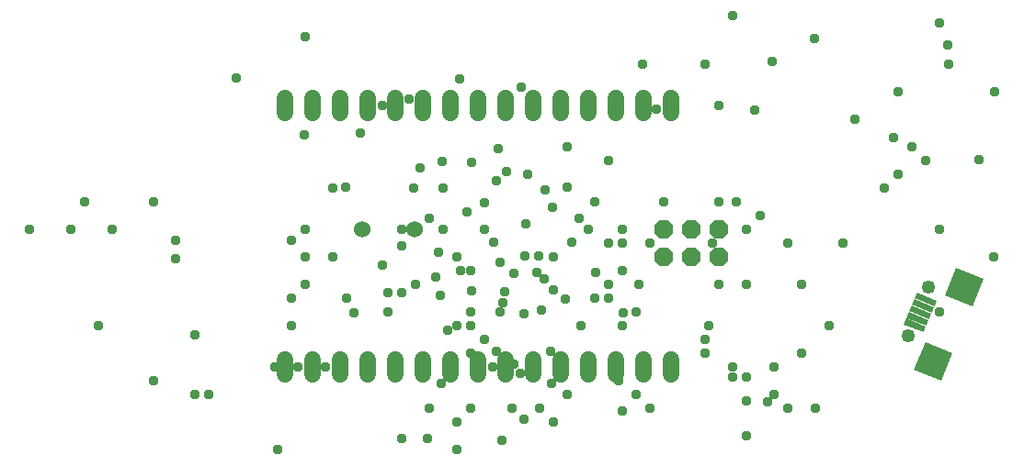
<source format=gbr>
G04 EAGLE Gerber RS-274X export*
G75*
%MOMM*%
%FSLAX34Y34*%
%LPD*%
%INSoldermask Bottom*%
%IPPOS*%
%AMOC8*
5,1,8,0,0,1.08239X$1,22.5*%
G01*
%ADD10P,1.869504X8X22.500000*%
%ADD11C,1.524000*%
%ADD12R,1.953200X0.603200*%
%ADD13R,2.743200X2.743200*%
%ADD14C,1.253200*%
%ADD15C,1.524000*%
%ADD16C,0.959600*%


D10*
X749300Y203200D03*
X749300Y228600D03*
X774700Y203200D03*
X774700Y228600D03*
X800100Y203200D03*
X800100Y228600D03*
D11*
X471170Y228600D03*
X519430Y228600D03*
D12*
G36*
X972823Y146640D02*
X990841Y139103D01*
X988513Y133538D01*
X970495Y141075D01*
X972823Y146640D01*
G37*
G36*
X982857Y170626D02*
X1000875Y163089D01*
X998547Y157524D01*
X980529Y165061D01*
X982857Y170626D01*
G37*
G36*
X975332Y152637D02*
X993350Y145100D01*
X991022Y139535D01*
X973004Y147072D01*
X975332Y152637D01*
G37*
G36*
X977840Y158633D02*
X995858Y151096D01*
X993530Y145531D01*
X975512Y153068D01*
X977840Y158633D01*
G37*
G36*
X980349Y164630D02*
X998367Y157093D01*
X996039Y151528D01*
X978021Y159065D01*
X980349Y164630D01*
G37*
D13*
G36*
X1008176Y168185D02*
X1018762Y193491D01*
X1044068Y182905D01*
X1033482Y157599D01*
X1008176Y168185D01*
G37*
G36*
X979426Y99456D02*
X990012Y124762D01*
X1015318Y114176D01*
X1004732Y88870D01*
X979426Y99456D01*
G37*
D14*
X993152Y175245D03*
X974436Y130502D03*
D15*
X400050Y336296D02*
X400050Y349504D01*
X425450Y349504D02*
X425450Y336296D01*
X450850Y336296D02*
X450850Y349504D01*
X476250Y349504D02*
X476250Y336296D01*
X501650Y336296D02*
X501650Y349504D01*
X527050Y349504D02*
X527050Y336296D01*
X552450Y336296D02*
X552450Y349504D01*
X577850Y349504D02*
X577850Y336296D01*
X603250Y336296D02*
X603250Y349504D01*
X628650Y349504D02*
X628650Y336296D01*
X654050Y336296D02*
X654050Y349504D01*
X679450Y349504D02*
X679450Y336296D01*
X704850Y336296D02*
X704850Y349504D01*
X730250Y349504D02*
X730250Y336296D01*
X755650Y336296D02*
X755650Y349504D01*
X400050Y108204D02*
X400050Y94996D01*
X425450Y94996D02*
X425450Y108204D01*
X450850Y108204D02*
X450850Y94996D01*
X476250Y94996D02*
X476250Y108204D01*
X501650Y108204D02*
X501650Y94996D01*
X527050Y94996D02*
X527050Y108204D01*
X552450Y108204D02*
X552450Y94996D01*
X577850Y94996D02*
X577850Y108204D01*
X603250Y108204D02*
X603250Y94996D01*
X628650Y94996D02*
X628650Y108204D01*
X654050Y108204D02*
X654050Y94996D01*
X679450Y94996D02*
X679450Y108204D01*
X704850Y108204D02*
X704850Y94996D01*
X730250Y94996D02*
X730250Y108204D01*
X755650Y108204D02*
X755650Y94996D01*
D16*
X660400Y76200D03*
X960909Y313209D03*
X838200Y241300D03*
X825500Y228600D03*
X812800Y101600D03*
X620461Y53769D03*
X647700Y50800D03*
X711200Y61282D03*
X844680Y69568D03*
X825500Y70132D03*
X444500Y203200D03*
X645029Y116026D03*
X635000Y63500D03*
X645501Y86701D03*
X863600Y63500D03*
X736600Y63500D03*
X550104Y135544D03*
X558800Y50800D03*
X355600Y368300D03*
X533400Y63500D03*
X793722Y215900D03*
X444500Y266700D03*
X406400Y218254D03*
X419100Y177800D03*
X437360Y101600D03*
X508000Y35616D03*
X850900Y76200D03*
X850900Y101600D03*
X825500Y178350D03*
X800100Y178350D03*
X558800Y25400D03*
X647700Y172720D03*
X489740Y342900D03*
X600996Y161290D03*
X620279Y150708D03*
X711200Y215900D03*
X317500Y131386D03*
X876300Y178350D03*
X876300Y114300D03*
X456318Y267751D03*
X518463Y266698D03*
X816074Y254000D03*
X800100Y254000D03*
X914400Y215900D03*
X990600Y292100D03*
X508000Y170754D03*
X463820Y151836D03*
X571500Y63500D03*
X543901Y86701D03*
X571500Y152400D03*
X411960Y101600D03*
X924895Y330200D03*
X887730Y405130D03*
X1010920Y398780D03*
X787400Y114300D03*
X514287Y349313D03*
X790674Y139700D03*
X711200Y139700D03*
X673100Y139700D03*
X560960Y367566D03*
X787400Y127000D03*
X825500Y38100D03*
X812800Y92174D03*
X1053046Y203561D03*
X621030Y204470D03*
X723900Y76200D03*
X633730Y204470D03*
X723900Y152400D03*
X698500Y177800D03*
X698500Y215900D03*
X600046Y33989D03*
X647700Y203200D03*
X279400Y254000D03*
X417700Y316133D03*
X469900Y317500D03*
X571782Y290978D03*
X596900Y303580D03*
X660400Y304800D03*
X670869Y239069D03*
X685800Y254000D03*
X646712Y248725D03*
X622300Y233606D03*
X632366Y188671D03*
X711200Y228600D03*
X568033Y244531D03*
X617946Y359954D03*
X742160Y340005D03*
X543714Y167486D03*
X571500Y190500D03*
X616740Y95888D03*
X598456Y197895D03*
X592594Y216904D03*
X729674Y381000D03*
X812800Y425732D03*
X639559Y264894D03*
X698500Y292100D03*
X591340Y101600D03*
X623996Y279400D03*
X520700Y177800D03*
X558800Y139700D03*
X571500Y139700D03*
X571500Y114300D03*
X610870Y104140D03*
X594701Y116499D03*
X584200Y127000D03*
X598456Y152400D03*
X602266Y171450D03*
X707672Y88900D03*
X406400Y139700D03*
X419100Y203200D03*
X419100Y228600D03*
X611044Y188501D03*
X736600Y215900D03*
X604573Y282288D03*
X594718Y274019D03*
X698500Y165100D03*
X711200Y190500D03*
X562412Y190357D03*
X660400Y267942D03*
X977900Y304800D03*
X965200Y279400D03*
X952500Y266700D03*
X863600Y215900D03*
X749300Y254000D03*
X965200Y355600D03*
X786832Y381000D03*
X849128Y383691D03*
X490310Y195490D03*
X508000Y213642D03*
X541809Y207491D03*
X584423Y253219D03*
X679732Y228600D03*
X664706Y216904D03*
X228600Y139700D03*
X406400Y165100D03*
X457200Y165100D03*
X508000Y228600D03*
X546100Y228600D03*
X539325Y184432D03*
X571795Y172430D03*
X636453Y154429D03*
X658844Y164542D03*
X725904Y178350D03*
X711448Y152152D03*
X685800Y165100D03*
X524510Y285750D03*
X533460Y238639D03*
X583846Y228954D03*
X558446Y203554D03*
X544715Y291754D03*
X546100Y266700D03*
X1003300Y152400D03*
X1003300Y228600D03*
X686348Y189167D03*
X1039112Y292792D03*
X901700Y139700D03*
X639445Y182898D03*
X495300Y170754D03*
X495300Y152400D03*
X1003300Y419100D03*
X800100Y342900D03*
X1054100Y355600D03*
X825500Y92174D03*
X165100Y228600D03*
X330200Y76200D03*
X391160Y101600D03*
X241300Y228600D03*
X279400Y88900D03*
X317500Y76200D03*
X889000Y63500D03*
X203200Y228600D03*
X393700Y25400D03*
X215900Y254000D03*
X419100Y406400D03*
X609600Y63500D03*
X531494Y35616D03*
X1011614Y381000D03*
X832674Y339090D03*
X299278Y218308D03*
X299720Y201930D03*
M02*

</source>
